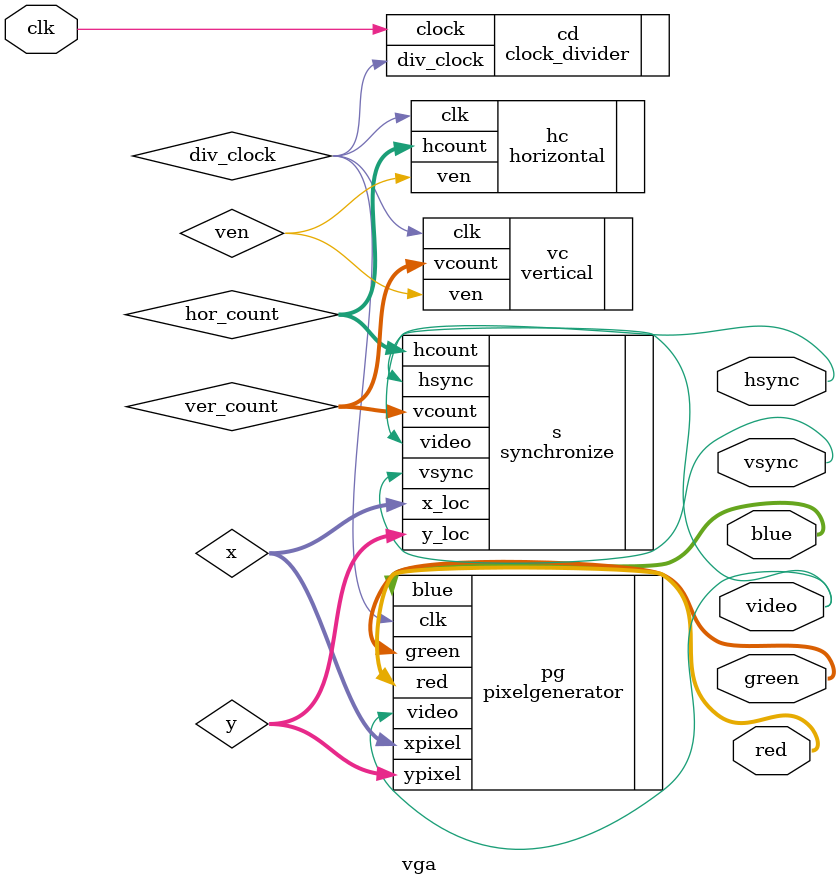
<source format=v>
`include "ClockDivider.v"
`include "HorizontalController.v"
`include "VerticalController.v"
`include "Synchronizer.v"
`include "PixelGenerator.v"

module vga
(
    input clk,                   // 100 MHz input clock
    output hsync,                // Horizontal synchronization signal
    output vsync, 
    output video,               // Vertical synchronization signal
    output [3:0] red,            // Red channel
    output [3:0] green,          // Green channel
    output [3:0] blue            // Blue channel
);

wire div_clock;
wire ven;
wire [15:0]hor_count;
wire [15:0]ver_count;
wire [15:0]x;
wire [15:0]y;

clock_divider cd(
    .clock(clk),            //from the main clock
    .div_clock(div_clock)            //25Mhz clock to modules
);

horizontal hc(
    .clk(div_clock),       //from the clock divider
    .ven(ven),          //to the vertical counter
    .hcount(hor_count)       //to the synchronizer
);

vertical vc(
    .clk(div_clock),       //from the clock divider
    .ven(ven),          //from horizontal counter
    .vcount(ver_count)        //to the synchronizer
);

synchronize s(
    .hcount(hor_count),            //from horizontal controller
    .vcount(ver_count),            //from vertical controller
    .hsync(hsync),      
    .vsync(vsync),   
    .x_loc(x),          //to the pixel generator
    .y_loc(y),            //to the pixel generator
    .video(video)       //to the pixel generator
);

pixelgenerator pg(
    .clk(div_clock),       //from the clock divider
    .video(video),      //from the synchronizer
    .xpixel(x),        //from the synchronizer
    .ypixel(y),        //from the synchronizer
    .red(red),            
    .green(green),
    .blue(blue)
);

endmodule

</source>
